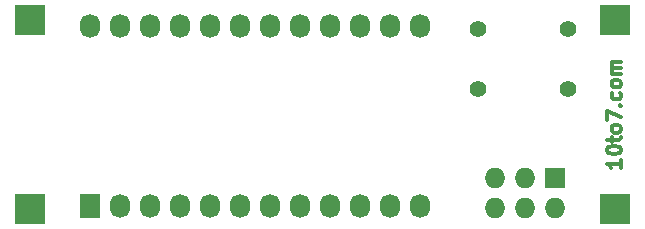
<source format=gts>
%FSLAX34Y34*%
G04 Gerber Fmt 3.4, Leading zero omitted, Abs format*
G04 (created by PCBNEW (2014-03-19 BZR 4756)-product) date Wed 28 May 2014 22:47:49 BST*
%MOIN*%
G01*
G70*
G90*
G04 APERTURE LIST*
%ADD10C,0.005906*%
%ADD11C,0.011811*%
%ADD12C,0.055000*%
%ADD13O,0.068000X0.080000*%
%ADD14R,0.068000X0.080000*%
%ADD15R,0.068000X0.068000*%
%ADD16O,0.068000X0.068000*%
%ADD17R,0.098425X0.098425*%
G04 APERTURE END LIST*
G54D10*
G54D11*
X70686Y-45798D02*
X70686Y-46068D01*
X70686Y-45933D02*
X70213Y-45933D01*
X70281Y-45978D01*
X70326Y-46023D01*
X70348Y-46068D01*
X70213Y-45506D02*
X70213Y-45461D01*
X70236Y-45416D01*
X70258Y-45393D01*
X70303Y-45371D01*
X70393Y-45348D01*
X70506Y-45348D01*
X70596Y-45371D01*
X70641Y-45393D01*
X70663Y-45416D01*
X70686Y-45461D01*
X70686Y-45506D01*
X70663Y-45551D01*
X70641Y-45573D01*
X70596Y-45596D01*
X70506Y-45618D01*
X70393Y-45618D01*
X70303Y-45596D01*
X70258Y-45573D01*
X70236Y-45551D01*
X70213Y-45506D01*
X70371Y-45213D02*
X70371Y-45033D01*
X70213Y-45146D02*
X70618Y-45146D01*
X70663Y-45123D01*
X70686Y-45078D01*
X70686Y-45033D01*
X70686Y-44808D02*
X70663Y-44853D01*
X70641Y-44876D01*
X70596Y-44898D01*
X70461Y-44898D01*
X70416Y-44876D01*
X70393Y-44853D01*
X70371Y-44808D01*
X70371Y-44741D01*
X70393Y-44696D01*
X70416Y-44673D01*
X70461Y-44651D01*
X70596Y-44651D01*
X70641Y-44673D01*
X70663Y-44696D01*
X70686Y-44741D01*
X70686Y-44808D01*
X70213Y-44493D02*
X70213Y-44178D01*
X70686Y-44381D01*
X70641Y-43998D02*
X70663Y-43976D01*
X70686Y-43998D01*
X70663Y-44021D01*
X70641Y-43998D01*
X70686Y-43998D01*
X70663Y-43571D02*
X70686Y-43616D01*
X70686Y-43706D01*
X70663Y-43751D01*
X70641Y-43773D01*
X70596Y-43796D01*
X70461Y-43796D01*
X70416Y-43773D01*
X70393Y-43751D01*
X70371Y-43706D01*
X70371Y-43616D01*
X70393Y-43571D01*
X70686Y-43301D02*
X70663Y-43346D01*
X70641Y-43368D01*
X70596Y-43391D01*
X70461Y-43391D01*
X70416Y-43368D01*
X70393Y-43346D01*
X70371Y-43301D01*
X70371Y-43233D01*
X70393Y-43188D01*
X70416Y-43166D01*
X70461Y-43143D01*
X70596Y-43143D01*
X70641Y-43166D01*
X70663Y-43188D01*
X70686Y-43233D01*
X70686Y-43301D01*
X70686Y-42941D02*
X70371Y-42941D01*
X70416Y-42941D02*
X70393Y-42919D01*
X70371Y-42874D01*
X70371Y-42806D01*
X70393Y-42761D01*
X70438Y-42739D01*
X70686Y-42739D01*
X70438Y-42739D02*
X70393Y-42716D01*
X70371Y-42671D01*
X70371Y-42604D01*
X70393Y-42559D01*
X70438Y-42536D01*
X70686Y-42536D01*
G54D12*
X65901Y-43440D03*
X65901Y-41440D03*
X68901Y-43440D03*
X68901Y-41440D03*
G54D13*
X63964Y-47344D03*
X62964Y-47344D03*
X61964Y-47344D03*
X60964Y-47344D03*
X59964Y-47344D03*
X58964Y-47344D03*
X57964Y-47344D03*
X56964Y-47344D03*
X55964Y-47344D03*
X54964Y-47344D03*
X53964Y-47344D03*
G54D14*
X52964Y-47344D03*
G54D13*
X52964Y-41340D03*
X53964Y-41340D03*
X54964Y-41340D03*
X55964Y-41340D03*
X56964Y-41340D03*
X57964Y-41340D03*
X58964Y-41340D03*
X59964Y-41340D03*
X60964Y-41340D03*
X61964Y-41340D03*
X62964Y-41340D03*
X63964Y-41340D03*
G54D15*
X68480Y-46429D03*
G54D16*
X68480Y-47429D03*
X67480Y-46429D03*
X67480Y-47429D03*
X66480Y-46429D03*
X66480Y-47429D03*
G54D17*
X50984Y-41141D03*
X50984Y-47440D03*
X70472Y-41141D03*
X70472Y-47440D03*
M02*

</source>
